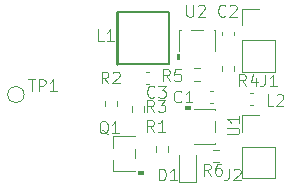
<source format=gbr>
%TF.GenerationSoftware,KiCad,Pcbnew,9.0.4*%
%TF.CreationDate,2025-09-28T21:19:40-04:00*%
%TF.ProjectId,esmonx,65736d6f-6e78-42e6-9b69-6361645f7063,A*%
%TF.SameCoordinates,Original*%
%TF.FileFunction,Legend,Top*%
%TF.FilePolarity,Positive*%
%FSLAX46Y46*%
G04 Gerber Fmt 4.6, Leading zero omitted, Abs format (unit mm)*
G04 Created by KiCad (PCBNEW 9.0.4) date 2025-09-28 21:19:40*
%MOMM*%
%LPD*%
G01*
G04 APERTURE LIST*
%ADD10C,0.100000*%
%ADD11C,0.120000*%
%ADD12C,0.254000*%
%ADD13C,0.200000*%
G04 APERTURE END LIST*
D10*
X162133333Y-79657419D02*
X161800000Y-79181228D01*
X161561905Y-79657419D02*
X161561905Y-78657419D01*
X161561905Y-78657419D02*
X161942857Y-78657419D01*
X161942857Y-78657419D02*
X162038095Y-78705038D01*
X162038095Y-78705038D02*
X162085714Y-78752657D01*
X162085714Y-78752657D02*
X162133333Y-78847895D01*
X162133333Y-78847895D02*
X162133333Y-78990752D01*
X162133333Y-78990752D02*
X162085714Y-79085990D01*
X162085714Y-79085990D02*
X162038095Y-79133609D01*
X162038095Y-79133609D02*
X161942857Y-79181228D01*
X161942857Y-79181228D02*
X161561905Y-79181228D01*
X162990476Y-78657419D02*
X162800000Y-78657419D01*
X162800000Y-78657419D02*
X162704762Y-78705038D01*
X162704762Y-78705038D02*
X162657143Y-78752657D01*
X162657143Y-78752657D02*
X162561905Y-78895514D01*
X162561905Y-78895514D02*
X162514286Y-79085990D01*
X162514286Y-79085990D02*
X162514286Y-79466942D01*
X162514286Y-79466942D02*
X162561905Y-79562180D01*
X162561905Y-79562180D02*
X162609524Y-79609800D01*
X162609524Y-79609800D02*
X162704762Y-79657419D01*
X162704762Y-79657419D02*
X162895238Y-79657419D01*
X162895238Y-79657419D02*
X162990476Y-79609800D01*
X162990476Y-79609800D02*
X163038095Y-79562180D01*
X163038095Y-79562180D02*
X163085714Y-79466942D01*
X163085714Y-79466942D02*
X163085714Y-79228847D01*
X163085714Y-79228847D02*
X163038095Y-79133609D01*
X163038095Y-79133609D02*
X162990476Y-79085990D01*
X162990476Y-79085990D02*
X162895238Y-79038371D01*
X162895238Y-79038371D02*
X162704762Y-79038371D01*
X162704762Y-79038371D02*
X162609524Y-79085990D01*
X162609524Y-79085990D02*
X162561905Y-79133609D01*
X162561905Y-79133609D02*
X162514286Y-79228847D01*
X157761905Y-80057419D02*
X157761905Y-79057419D01*
X157761905Y-79057419D02*
X158000000Y-79057419D01*
X158000000Y-79057419D02*
X158142857Y-79105038D01*
X158142857Y-79105038D02*
X158238095Y-79200276D01*
X158238095Y-79200276D02*
X158285714Y-79295514D01*
X158285714Y-79295514D02*
X158333333Y-79485990D01*
X158333333Y-79485990D02*
X158333333Y-79628847D01*
X158333333Y-79628847D02*
X158285714Y-79819323D01*
X158285714Y-79819323D02*
X158238095Y-79914561D01*
X158238095Y-79914561D02*
X158142857Y-80009800D01*
X158142857Y-80009800D02*
X158000000Y-80057419D01*
X158000000Y-80057419D02*
X157761905Y-80057419D01*
X159285714Y-80057419D02*
X158714286Y-80057419D01*
X159000000Y-80057419D02*
X159000000Y-79057419D01*
X159000000Y-79057419D02*
X158904762Y-79200276D01*
X158904762Y-79200276D02*
X158809524Y-79295514D01*
X158809524Y-79295514D02*
X158714286Y-79343133D01*
X160088095Y-65207419D02*
X160088095Y-66016942D01*
X160088095Y-66016942D02*
X160135714Y-66112180D01*
X160135714Y-66112180D02*
X160183333Y-66159800D01*
X160183333Y-66159800D02*
X160278571Y-66207419D01*
X160278571Y-66207419D02*
X160469047Y-66207419D01*
X160469047Y-66207419D02*
X160564285Y-66159800D01*
X160564285Y-66159800D02*
X160611904Y-66112180D01*
X160611904Y-66112180D02*
X160659523Y-66016942D01*
X160659523Y-66016942D02*
X160659523Y-65207419D01*
X161088095Y-65302657D02*
X161135714Y-65255038D01*
X161135714Y-65255038D02*
X161230952Y-65207419D01*
X161230952Y-65207419D02*
X161469047Y-65207419D01*
X161469047Y-65207419D02*
X161564285Y-65255038D01*
X161564285Y-65255038D02*
X161611904Y-65302657D01*
X161611904Y-65302657D02*
X161659523Y-65397895D01*
X161659523Y-65397895D02*
X161659523Y-65493133D01*
X161659523Y-65493133D02*
X161611904Y-65635990D01*
X161611904Y-65635990D02*
X161040476Y-66207419D01*
X161040476Y-66207419D02*
X161659523Y-66207419D01*
X153483333Y-71857419D02*
X153150000Y-71381228D01*
X152911905Y-71857419D02*
X152911905Y-70857419D01*
X152911905Y-70857419D02*
X153292857Y-70857419D01*
X153292857Y-70857419D02*
X153388095Y-70905038D01*
X153388095Y-70905038D02*
X153435714Y-70952657D01*
X153435714Y-70952657D02*
X153483333Y-71047895D01*
X153483333Y-71047895D02*
X153483333Y-71190752D01*
X153483333Y-71190752D02*
X153435714Y-71285990D01*
X153435714Y-71285990D02*
X153388095Y-71333609D01*
X153388095Y-71333609D02*
X153292857Y-71381228D01*
X153292857Y-71381228D02*
X152911905Y-71381228D01*
X153864286Y-70952657D02*
X153911905Y-70905038D01*
X153911905Y-70905038D02*
X154007143Y-70857419D01*
X154007143Y-70857419D02*
X154245238Y-70857419D01*
X154245238Y-70857419D02*
X154340476Y-70905038D01*
X154340476Y-70905038D02*
X154388095Y-70952657D01*
X154388095Y-70952657D02*
X154435714Y-71047895D01*
X154435714Y-71047895D02*
X154435714Y-71143133D01*
X154435714Y-71143133D02*
X154388095Y-71285990D01*
X154388095Y-71285990D02*
X153816667Y-71857419D01*
X153816667Y-71857419D02*
X154435714Y-71857419D01*
X165133333Y-72079919D02*
X164800000Y-71603728D01*
X164561905Y-72079919D02*
X164561905Y-71079919D01*
X164561905Y-71079919D02*
X164942857Y-71079919D01*
X164942857Y-71079919D02*
X165038095Y-71127538D01*
X165038095Y-71127538D02*
X165085714Y-71175157D01*
X165085714Y-71175157D02*
X165133333Y-71270395D01*
X165133333Y-71270395D02*
X165133333Y-71413252D01*
X165133333Y-71413252D02*
X165085714Y-71508490D01*
X165085714Y-71508490D02*
X165038095Y-71556109D01*
X165038095Y-71556109D02*
X164942857Y-71603728D01*
X164942857Y-71603728D02*
X164561905Y-71603728D01*
X165990476Y-71413252D02*
X165990476Y-72079919D01*
X165752381Y-71032300D02*
X165514286Y-71746585D01*
X165514286Y-71746585D02*
X166133333Y-71746585D01*
X146688095Y-71507419D02*
X147259523Y-71507419D01*
X146973809Y-72507419D02*
X146973809Y-71507419D01*
X147592857Y-72507419D02*
X147592857Y-71507419D01*
X147592857Y-71507419D02*
X147973809Y-71507419D01*
X147973809Y-71507419D02*
X148069047Y-71555038D01*
X148069047Y-71555038D02*
X148116666Y-71602657D01*
X148116666Y-71602657D02*
X148164285Y-71697895D01*
X148164285Y-71697895D02*
X148164285Y-71840752D01*
X148164285Y-71840752D02*
X148116666Y-71935990D01*
X148116666Y-71935990D02*
X148069047Y-71983609D01*
X148069047Y-71983609D02*
X147973809Y-72031228D01*
X147973809Y-72031228D02*
X147592857Y-72031228D01*
X149116666Y-72507419D02*
X148545238Y-72507419D01*
X148830952Y-72507419D02*
X148830952Y-71507419D01*
X148830952Y-71507419D02*
X148735714Y-71650276D01*
X148735714Y-71650276D02*
X148640476Y-71745514D01*
X148640476Y-71745514D02*
X148545238Y-71793133D01*
X167433333Y-73757419D02*
X166957143Y-73757419D01*
X166957143Y-73757419D02*
X166957143Y-72757419D01*
X167719048Y-72852657D02*
X167766667Y-72805038D01*
X167766667Y-72805038D02*
X167861905Y-72757419D01*
X167861905Y-72757419D02*
X168100000Y-72757419D01*
X168100000Y-72757419D02*
X168195238Y-72805038D01*
X168195238Y-72805038D02*
X168242857Y-72852657D01*
X168242857Y-72852657D02*
X168290476Y-72947895D01*
X168290476Y-72947895D02*
X168290476Y-73043133D01*
X168290476Y-73043133D02*
X168242857Y-73185990D01*
X168242857Y-73185990D02*
X167671429Y-73757419D01*
X167671429Y-73757419D02*
X168290476Y-73757419D01*
X157383333Y-72962180D02*
X157335714Y-73009800D01*
X157335714Y-73009800D02*
X157192857Y-73057419D01*
X157192857Y-73057419D02*
X157097619Y-73057419D01*
X157097619Y-73057419D02*
X156954762Y-73009800D01*
X156954762Y-73009800D02*
X156859524Y-72914561D01*
X156859524Y-72914561D02*
X156811905Y-72819323D01*
X156811905Y-72819323D02*
X156764286Y-72628847D01*
X156764286Y-72628847D02*
X156764286Y-72485990D01*
X156764286Y-72485990D02*
X156811905Y-72295514D01*
X156811905Y-72295514D02*
X156859524Y-72200276D01*
X156859524Y-72200276D02*
X156954762Y-72105038D01*
X156954762Y-72105038D02*
X157097619Y-72057419D01*
X157097619Y-72057419D02*
X157192857Y-72057419D01*
X157192857Y-72057419D02*
X157335714Y-72105038D01*
X157335714Y-72105038D02*
X157383333Y-72152657D01*
X157716667Y-72057419D02*
X158335714Y-72057419D01*
X158335714Y-72057419D02*
X158002381Y-72438371D01*
X158002381Y-72438371D02*
X158145238Y-72438371D01*
X158145238Y-72438371D02*
X158240476Y-72485990D01*
X158240476Y-72485990D02*
X158288095Y-72533609D01*
X158288095Y-72533609D02*
X158335714Y-72628847D01*
X158335714Y-72628847D02*
X158335714Y-72866942D01*
X158335714Y-72866942D02*
X158288095Y-72962180D01*
X158288095Y-72962180D02*
X158240476Y-73009800D01*
X158240476Y-73009800D02*
X158145238Y-73057419D01*
X158145238Y-73057419D02*
X157859524Y-73057419D01*
X157859524Y-73057419D02*
X157764286Y-73009800D01*
X157764286Y-73009800D02*
X157716667Y-72962180D01*
X159633333Y-73362180D02*
X159585714Y-73409800D01*
X159585714Y-73409800D02*
X159442857Y-73457419D01*
X159442857Y-73457419D02*
X159347619Y-73457419D01*
X159347619Y-73457419D02*
X159204762Y-73409800D01*
X159204762Y-73409800D02*
X159109524Y-73314561D01*
X159109524Y-73314561D02*
X159061905Y-73219323D01*
X159061905Y-73219323D02*
X159014286Y-73028847D01*
X159014286Y-73028847D02*
X159014286Y-72885990D01*
X159014286Y-72885990D02*
X159061905Y-72695514D01*
X159061905Y-72695514D02*
X159109524Y-72600276D01*
X159109524Y-72600276D02*
X159204762Y-72505038D01*
X159204762Y-72505038D02*
X159347619Y-72457419D01*
X159347619Y-72457419D02*
X159442857Y-72457419D01*
X159442857Y-72457419D02*
X159585714Y-72505038D01*
X159585714Y-72505038D02*
X159633333Y-72552657D01*
X160585714Y-73457419D02*
X160014286Y-73457419D01*
X160300000Y-73457419D02*
X160300000Y-72457419D01*
X160300000Y-72457419D02*
X160204762Y-72600276D01*
X160204762Y-72600276D02*
X160109524Y-72695514D01*
X160109524Y-72695514D02*
X160014286Y-72743133D01*
X153080074Y-68272419D02*
X152603884Y-68272419D01*
X152603884Y-68272419D02*
X152603884Y-67272419D01*
X153937217Y-68272419D02*
X153365789Y-68272419D01*
X153651503Y-68272419D02*
X153651503Y-67272419D01*
X153651503Y-67272419D02*
X153556265Y-67415276D01*
X153556265Y-67415276D02*
X153461027Y-67510514D01*
X153461027Y-67510514D02*
X153365789Y-67558133D01*
X163666666Y-79057419D02*
X163666666Y-79771704D01*
X163666666Y-79771704D02*
X163619047Y-79914561D01*
X163619047Y-79914561D02*
X163523809Y-80009800D01*
X163523809Y-80009800D02*
X163380952Y-80057419D01*
X163380952Y-80057419D02*
X163285714Y-80057419D01*
X164095238Y-79152657D02*
X164142857Y-79105038D01*
X164142857Y-79105038D02*
X164238095Y-79057419D01*
X164238095Y-79057419D02*
X164476190Y-79057419D01*
X164476190Y-79057419D02*
X164571428Y-79105038D01*
X164571428Y-79105038D02*
X164619047Y-79152657D01*
X164619047Y-79152657D02*
X164666666Y-79247895D01*
X164666666Y-79247895D02*
X164666666Y-79343133D01*
X164666666Y-79343133D02*
X164619047Y-79485990D01*
X164619047Y-79485990D02*
X164047619Y-80057419D01*
X164047619Y-80057419D02*
X164666666Y-80057419D01*
X163557419Y-76161904D02*
X164366942Y-76161904D01*
X164366942Y-76161904D02*
X164462180Y-76114285D01*
X164462180Y-76114285D02*
X164509800Y-76066666D01*
X164509800Y-76066666D02*
X164557419Y-75971428D01*
X164557419Y-75971428D02*
X164557419Y-75780952D01*
X164557419Y-75780952D02*
X164509800Y-75685714D01*
X164509800Y-75685714D02*
X164462180Y-75638095D01*
X164462180Y-75638095D02*
X164366942Y-75590476D01*
X164366942Y-75590476D02*
X163557419Y-75590476D01*
X164557419Y-74590476D02*
X164557419Y-75161904D01*
X164557419Y-74876190D02*
X163557419Y-74876190D01*
X163557419Y-74876190D02*
X163700276Y-74971428D01*
X163700276Y-74971428D02*
X163795514Y-75066666D01*
X163795514Y-75066666D02*
X163843133Y-75161904D01*
X166716666Y-71107419D02*
X166716666Y-71821704D01*
X166716666Y-71821704D02*
X166669047Y-71964561D01*
X166669047Y-71964561D02*
X166573809Y-72059800D01*
X166573809Y-72059800D02*
X166430952Y-72107419D01*
X166430952Y-72107419D02*
X166335714Y-72107419D01*
X167716666Y-72107419D02*
X167145238Y-72107419D01*
X167430952Y-72107419D02*
X167430952Y-71107419D01*
X167430952Y-71107419D02*
X167335714Y-71250276D01*
X167335714Y-71250276D02*
X167240476Y-71345514D01*
X167240476Y-71345514D02*
X167145238Y-71393133D01*
X157333333Y-75957419D02*
X157000000Y-75481228D01*
X156761905Y-75957419D02*
X156761905Y-74957419D01*
X156761905Y-74957419D02*
X157142857Y-74957419D01*
X157142857Y-74957419D02*
X157238095Y-75005038D01*
X157238095Y-75005038D02*
X157285714Y-75052657D01*
X157285714Y-75052657D02*
X157333333Y-75147895D01*
X157333333Y-75147895D02*
X157333333Y-75290752D01*
X157333333Y-75290752D02*
X157285714Y-75385990D01*
X157285714Y-75385990D02*
X157238095Y-75433609D01*
X157238095Y-75433609D02*
X157142857Y-75481228D01*
X157142857Y-75481228D02*
X156761905Y-75481228D01*
X158285714Y-75957419D02*
X157714286Y-75957419D01*
X158000000Y-75957419D02*
X158000000Y-74957419D01*
X158000000Y-74957419D02*
X157904762Y-75100276D01*
X157904762Y-75100276D02*
X157809524Y-75195514D01*
X157809524Y-75195514D02*
X157714286Y-75243133D01*
X158683333Y-71657419D02*
X158350000Y-71181228D01*
X158111905Y-71657419D02*
X158111905Y-70657419D01*
X158111905Y-70657419D02*
X158492857Y-70657419D01*
X158492857Y-70657419D02*
X158588095Y-70705038D01*
X158588095Y-70705038D02*
X158635714Y-70752657D01*
X158635714Y-70752657D02*
X158683333Y-70847895D01*
X158683333Y-70847895D02*
X158683333Y-70990752D01*
X158683333Y-70990752D02*
X158635714Y-71085990D01*
X158635714Y-71085990D02*
X158588095Y-71133609D01*
X158588095Y-71133609D02*
X158492857Y-71181228D01*
X158492857Y-71181228D02*
X158111905Y-71181228D01*
X159588095Y-70657419D02*
X159111905Y-70657419D01*
X159111905Y-70657419D02*
X159064286Y-71133609D01*
X159064286Y-71133609D02*
X159111905Y-71085990D01*
X159111905Y-71085990D02*
X159207143Y-71038371D01*
X159207143Y-71038371D02*
X159445238Y-71038371D01*
X159445238Y-71038371D02*
X159540476Y-71085990D01*
X159540476Y-71085990D02*
X159588095Y-71133609D01*
X159588095Y-71133609D02*
X159635714Y-71228847D01*
X159635714Y-71228847D02*
X159635714Y-71466942D01*
X159635714Y-71466942D02*
X159588095Y-71562180D01*
X159588095Y-71562180D02*
X159540476Y-71609800D01*
X159540476Y-71609800D02*
X159445238Y-71657419D01*
X159445238Y-71657419D02*
X159207143Y-71657419D01*
X159207143Y-71657419D02*
X159111905Y-71609800D01*
X159111905Y-71609800D02*
X159064286Y-71562180D01*
X157333333Y-74257419D02*
X157000000Y-73781228D01*
X156761905Y-74257419D02*
X156761905Y-73257419D01*
X156761905Y-73257419D02*
X157142857Y-73257419D01*
X157142857Y-73257419D02*
X157238095Y-73305038D01*
X157238095Y-73305038D02*
X157285714Y-73352657D01*
X157285714Y-73352657D02*
X157333333Y-73447895D01*
X157333333Y-73447895D02*
X157333333Y-73590752D01*
X157333333Y-73590752D02*
X157285714Y-73685990D01*
X157285714Y-73685990D02*
X157238095Y-73733609D01*
X157238095Y-73733609D02*
X157142857Y-73781228D01*
X157142857Y-73781228D02*
X156761905Y-73781228D01*
X157666667Y-73257419D02*
X158285714Y-73257419D01*
X158285714Y-73257419D02*
X157952381Y-73638371D01*
X157952381Y-73638371D02*
X158095238Y-73638371D01*
X158095238Y-73638371D02*
X158190476Y-73685990D01*
X158190476Y-73685990D02*
X158238095Y-73733609D01*
X158238095Y-73733609D02*
X158285714Y-73828847D01*
X158285714Y-73828847D02*
X158285714Y-74066942D01*
X158285714Y-74066942D02*
X158238095Y-74162180D01*
X158238095Y-74162180D02*
X158190476Y-74209800D01*
X158190476Y-74209800D02*
X158095238Y-74257419D01*
X158095238Y-74257419D02*
X157809524Y-74257419D01*
X157809524Y-74257419D02*
X157714286Y-74209800D01*
X157714286Y-74209800D02*
X157666667Y-74162180D01*
X153454761Y-76152657D02*
X153359523Y-76105038D01*
X153359523Y-76105038D02*
X153264285Y-76009800D01*
X153264285Y-76009800D02*
X153121428Y-75866942D01*
X153121428Y-75866942D02*
X153026190Y-75819323D01*
X153026190Y-75819323D02*
X152930952Y-75819323D01*
X152978571Y-76057419D02*
X152883333Y-76009800D01*
X152883333Y-76009800D02*
X152788095Y-75914561D01*
X152788095Y-75914561D02*
X152740476Y-75724085D01*
X152740476Y-75724085D02*
X152740476Y-75390752D01*
X152740476Y-75390752D02*
X152788095Y-75200276D01*
X152788095Y-75200276D02*
X152883333Y-75105038D01*
X152883333Y-75105038D02*
X152978571Y-75057419D01*
X152978571Y-75057419D02*
X153169047Y-75057419D01*
X153169047Y-75057419D02*
X153264285Y-75105038D01*
X153264285Y-75105038D02*
X153359523Y-75200276D01*
X153359523Y-75200276D02*
X153407142Y-75390752D01*
X153407142Y-75390752D02*
X153407142Y-75724085D01*
X153407142Y-75724085D02*
X153359523Y-75914561D01*
X153359523Y-75914561D02*
X153264285Y-76009800D01*
X153264285Y-76009800D02*
X153169047Y-76057419D01*
X153169047Y-76057419D02*
X152978571Y-76057419D01*
X154359523Y-76057419D02*
X153788095Y-76057419D01*
X154073809Y-76057419D02*
X154073809Y-75057419D01*
X154073809Y-75057419D02*
X153978571Y-75200276D01*
X153978571Y-75200276D02*
X153883333Y-75295514D01*
X153883333Y-75295514D02*
X153788095Y-75343133D01*
X163383333Y-66112180D02*
X163335714Y-66159800D01*
X163335714Y-66159800D02*
X163192857Y-66207419D01*
X163192857Y-66207419D02*
X163097619Y-66207419D01*
X163097619Y-66207419D02*
X162954762Y-66159800D01*
X162954762Y-66159800D02*
X162859524Y-66064561D01*
X162859524Y-66064561D02*
X162811905Y-65969323D01*
X162811905Y-65969323D02*
X162764286Y-65778847D01*
X162764286Y-65778847D02*
X162764286Y-65635990D01*
X162764286Y-65635990D02*
X162811905Y-65445514D01*
X162811905Y-65445514D02*
X162859524Y-65350276D01*
X162859524Y-65350276D02*
X162954762Y-65255038D01*
X162954762Y-65255038D02*
X163097619Y-65207419D01*
X163097619Y-65207419D02*
X163192857Y-65207419D01*
X163192857Y-65207419D02*
X163335714Y-65255038D01*
X163335714Y-65255038D02*
X163383333Y-65302657D01*
X163764286Y-65302657D02*
X163811905Y-65255038D01*
X163811905Y-65255038D02*
X163907143Y-65207419D01*
X163907143Y-65207419D02*
X164145238Y-65207419D01*
X164145238Y-65207419D02*
X164240476Y-65255038D01*
X164240476Y-65255038D02*
X164288095Y-65302657D01*
X164288095Y-65302657D02*
X164335714Y-65397895D01*
X164335714Y-65397895D02*
X164335714Y-65493133D01*
X164335714Y-65493133D02*
X164288095Y-65635990D01*
X164288095Y-65635990D02*
X163716667Y-66207419D01*
X163716667Y-66207419D02*
X164335714Y-66207419D01*
D11*
%TO.C,R6*%
X162837258Y-78522500D02*
X162362742Y-78522500D01*
X162837258Y-77477500D02*
X162362742Y-77477500D01*
%TO.C,D1*%
X159465000Y-80185000D02*
X160935000Y-80185000D01*
X160935000Y-80185000D02*
X160935000Y-77900000D01*
X159465000Y-77900000D02*
X159465000Y-80185000D01*
D10*
%TO.C,U2*%
X159500000Y-69800000D02*
X159300000Y-69800000D01*
X159300000Y-69400000D01*
X159500000Y-69400000D01*
X159500000Y-69800000D01*
G36*
X159500000Y-69800000D02*
G01*
X159300000Y-69800000D01*
X159300000Y-69400000D01*
X159500000Y-69400000D01*
X159500000Y-69800000D01*
G37*
X162500000Y-69100000D02*
X162500000Y-67300000D01*
X162400000Y-67300000D02*
X162500000Y-67300000D01*
X161500000Y-67300000D02*
X160500000Y-67300000D01*
X159500000Y-69100000D02*
X159500000Y-67300000D01*
X159500000Y-67300000D02*
X159600000Y-67300000D01*
D11*
%TO.C,R2*%
X154222500Y-73312742D02*
X154222500Y-73787258D01*
X153177500Y-73312742D02*
X153177500Y-73787258D01*
%TO.C,R4*%
X164122500Y-70837258D02*
X164122500Y-70362742D01*
X163077500Y-70837258D02*
X163077500Y-70362742D01*
%TO.C,TP1*%
X146350000Y-72800000D02*
G75*
G02*
X144950000Y-72800000I-700000J0D01*
G01*
X144950000Y-72800000D02*
G75*
G02*
X146350000Y-72800000I700000J0D01*
G01*
%TO.C,L2*%
X165437221Y-72690000D02*
X165762779Y-72690000D01*
X165437221Y-73710000D02*
X165762779Y-73710000D01*
%TO.C,C3*%
X156940580Y-70890000D02*
X156659420Y-70890000D01*
X156940580Y-71910000D02*
X156659420Y-71910000D01*
%TO.C,C1*%
X162059420Y-72490000D02*
X162340580Y-72490000D01*
X162059420Y-73510000D02*
X162340580Y-73510000D01*
D12*
%TO.C,L1*%
X154200000Y-70200001D02*
X154200000Y-65800000D01*
D13*
X158600002Y-65800000D02*
X154200000Y-65800000D01*
X158600002Y-70200001D02*
X154200000Y-70200001D01*
X158600002Y-70200001D02*
X158600002Y-65800000D01*
D11*
%TO.C,J2*%
X164820000Y-74545000D02*
X166200000Y-74545000D01*
X164820000Y-75925000D02*
X164820000Y-74545000D01*
X164820000Y-77195000D02*
X164820000Y-79845000D01*
X164820000Y-77195000D02*
X167580000Y-77195000D01*
X164820000Y-79845000D02*
X167580000Y-79845000D01*
X167580000Y-77195000D02*
X167580000Y-79845000D01*
D10*
%TO.C,U1*%
X160700000Y-74000000D02*
X162500000Y-74000000D01*
X160700000Y-77000000D02*
X162500000Y-77000000D01*
X162500000Y-74000000D02*
X162500000Y-74100000D01*
X162500000Y-76000000D02*
X162500000Y-75000000D01*
X162500000Y-76900000D02*
X162500000Y-77000000D01*
X160400000Y-74000000D02*
X160000000Y-74000000D01*
X160000000Y-73800000D01*
X160400000Y-73800000D01*
X160400000Y-74000000D01*
G36*
X160400000Y-74000000D02*
G01*
X160000000Y-74000000D01*
X160000000Y-73800000D01*
X160400000Y-73800000D01*
X160400000Y-74000000D01*
G37*
D11*
%TO.C,J1*%
X164820000Y-65545000D02*
X166200000Y-65545000D01*
X164820000Y-66925000D02*
X164820000Y-65545000D01*
X164820000Y-68195000D02*
X164820000Y-70845000D01*
X164820000Y-68195000D02*
X167580000Y-68195000D01*
X164820000Y-70845000D02*
X167580000Y-70845000D01*
X167580000Y-68195000D02*
X167580000Y-70845000D01*
%TO.C,R1*%
X157477500Y-77162742D02*
X157477500Y-77637258D01*
X158522500Y-77162742D02*
X158522500Y-77637258D01*
%TO.C,R5*%
X161237258Y-70577500D02*
X160762742Y-70577500D01*
X161237258Y-71622500D02*
X160762742Y-71622500D01*
%TO.C,R3*%
X155477500Y-73762742D02*
X155477500Y-74237258D01*
X156522500Y-73762742D02*
X156522500Y-74237258D01*
D10*
%TO.C,Q1*%
X153900000Y-76300000D02*
X153900000Y-77300000D01*
X153900000Y-79300000D02*
X153900000Y-78300000D01*
X155700000Y-76300000D02*
X153900000Y-76300000D01*
X155700000Y-78200000D02*
X155700000Y-77400000D01*
X155700000Y-79300000D02*
X153900000Y-79300000D01*
X156400000Y-79500000D02*
X156000000Y-79500000D01*
X156000000Y-79300000D01*
X156400000Y-79300000D01*
X156400000Y-79500000D01*
G36*
X156400000Y-79500000D02*
G01*
X156000000Y-79500000D01*
X156000000Y-79300000D01*
X156400000Y-79300000D01*
X156400000Y-79500000D01*
G37*
D11*
%TO.C,C2*%
X163090000Y-67740580D02*
X163090000Y-67459420D01*
X164110000Y-67740580D02*
X164110000Y-67459420D01*
%TD*%
M02*

</source>
